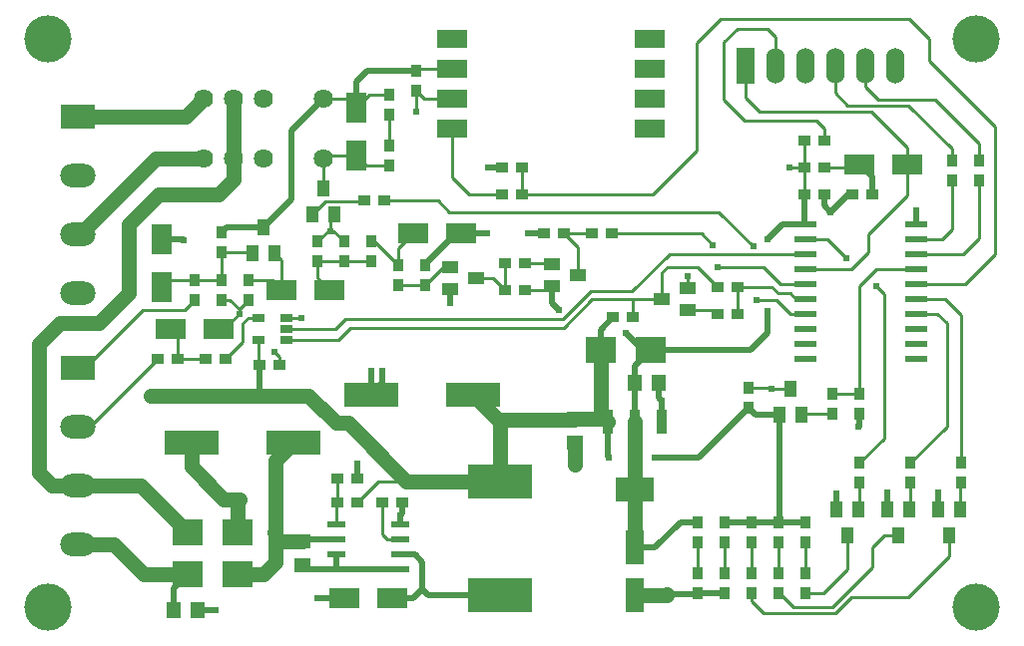
<source format=gtl>
G04 #@! TF.GenerationSoftware,KiCad,Pcbnew,5.0.0-fee4fd1~66~ubuntu18.04.1*
G04 #@! TF.CreationDate,2018-12-28T16:36:32-07:00*
G04 #@! TF.ProjectId,transceiver_test,7472616E736365697665725F74657374,rev?*
G04 #@! TF.SameCoordinates,Original*
G04 #@! TF.FileFunction,Copper,L1,Top,Signal*
G04 #@! TF.FilePolarity,Positive*
%FSLAX46Y46*%
G04 Gerber Fmt 4.6, Leading zero omitted, Abs format (unit mm)*
G04 Created by KiCad (PCBNEW 5.0.0-fee4fd1~66~ubuntu18.04.1) date Fri Dec 28 16:36:32 2018*
%MOMM*%
%LPD*%
G01*
G04 APERTURE LIST*
G04 #@! TA.AperFunction,SMDPad,CuDef*
%ADD10R,0.950000X1.000000*%
G04 #@! TD*
G04 #@! TA.AperFunction,SMDPad,CuDef*
%ADD11R,1.000000X0.950000*%
G04 #@! TD*
G04 #@! TA.AperFunction,SMDPad,CuDef*
%ADD12R,4.600000X2.000000*%
G04 #@! TD*
G04 #@! TA.AperFunction,SMDPad,CuDef*
%ADD13R,1.450000X1.150000*%
G04 #@! TD*
G04 #@! TA.AperFunction,SMDPad,CuDef*
%ADD14R,1.500000X3.000000*%
G04 #@! TD*
G04 #@! TA.AperFunction,SMDPad,CuDef*
%ADD15R,1.150000X1.450000*%
G04 #@! TD*
G04 #@! TA.AperFunction,SMDPad,CuDef*
%ADD16R,1.700000X2.500000*%
G04 #@! TD*
G04 #@! TA.AperFunction,SMDPad,CuDef*
%ADD17R,2.500000X1.700000*%
G04 #@! TD*
G04 #@! TA.AperFunction,SMDPad,CuDef*
%ADD18R,2.500000X2.300000*%
G04 #@! TD*
G04 #@! TA.AperFunction,ComponentPad*
%ADD19R,3.000000X2.000000*%
G04 #@! TD*
G04 #@! TA.AperFunction,ComponentPad*
%ADD20O,3.000000X2.000000*%
G04 #@! TD*
G04 #@! TA.AperFunction,ComponentPad*
%ADD21R,1.524000X3.048000*%
G04 #@! TD*
G04 #@! TA.AperFunction,ComponentPad*
%ADD22O,1.524000X3.048000*%
G04 #@! TD*
G04 #@! TA.AperFunction,SMDPad,CuDef*
%ADD23R,5.400000X2.900000*%
G04 #@! TD*
G04 #@! TA.AperFunction,SMDPad,CuDef*
%ADD24R,1.000000X1.400000*%
G04 #@! TD*
G04 #@! TA.AperFunction,SMDPad,CuDef*
%ADD25R,1.400000X1.000000*%
G04 #@! TD*
G04 #@! TA.AperFunction,ComponentPad*
%ADD26C,1.625000*%
G04 #@! TD*
G04 #@! TA.AperFunction,SMDPad,CuDef*
%ADD27R,1.000000X0.700000*%
G04 #@! TD*
G04 #@! TA.AperFunction,SMDPad,CuDef*
%ADD28R,1.950000X0.600000*%
G04 #@! TD*
G04 #@! TA.AperFunction,SMDPad,CuDef*
%ADD29R,2.540000X1.520000*%
G04 #@! TD*
G04 #@! TA.AperFunction,SMDPad,CuDef*
%ADD30R,1.550000X0.600000*%
G04 #@! TD*
G04 #@! TA.AperFunction,SMDPad,CuDef*
%ADD31R,0.950000X2.150000*%
G04 #@! TD*
G04 #@! TA.AperFunction,SMDPad,CuDef*
%ADD32R,3.250000X2.150000*%
G04 #@! TD*
G04 #@! TA.AperFunction,ComponentPad*
%ADD33C,4.000000*%
G04 #@! TD*
G04 #@! TA.AperFunction,ViaPad*
%ADD34C,0.609600*%
G04 #@! TD*
G04 #@! TA.AperFunction,Conductor*
%ADD35C,0.254000*%
G04 #@! TD*
G04 #@! TA.AperFunction,Conductor*
%ADD36C,0.508000*%
G04 #@! TD*
G04 #@! TA.AperFunction,Conductor*
%ADD37C,1.270000*%
G04 #@! TD*
G04 APERTURE END LIST*
D10*
G04 #@! TO.P,C1,1*
G04 #@! TO.N,/RF_IN*
X27686000Y-57721000D03*
G04 #@! TO.P,C1,2*
G04 #@! TO.N,Net-(C1-Pad2)*
X27686000Y-56071000D03*
G04 #@! TD*
G04 #@! TO.P,C2,2*
G04 #@! TO.N,GND*
X38100000Y-52769000D03*
G04 #@! TO.P,C2,1*
G04 #@! TO.N,Net-(C2-Pad1)*
X38100000Y-54419000D03*
G04 #@! TD*
D11*
G04 #@! TO.P,C3,1*
G04 #@! TO.N,Net-(C3-Pad1)*
X26225000Y-62738000D03*
G04 #@! TO.P,C3,2*
G04 #@! TO.N,/RF_OUT*
X24575000Y-62738000D03*
G04 #@! TD*
D10*
G04 #@! TO.P,C4,1*
G04 #@! TO.N,Net-(C2-Pad1)*
X42672000Y-54419000D03*
G04 #@! TO.P,C4,2*
G04 #@! TO.N,Net-(C4-Pad2)*
X42672000Y-52769000D03*
G04 #@! TD*
D11*
G04 #@! TO.P,C5,2*
G04 #@! TO.N,GND*
X34861000Y-63246000D03*
G04 #@! TO.P,C5,1*
G04 #@! TO.N,+5V*
X33211000Y-63246000D03*
G04 #@! TD*
D10*
G04 #@! TO.P,C6,2*
G04 #@! TO.N,GND*
X47244000Y-54801000D03*
G04 #@! TO.P,C6,1*
G04 #@! TO.N,Net-(C6-Pad1)*
X47244000Y-56451000D03*
G04 #@! TD*
D11*
G04 #@! TO.P,C7,2*
G04 #@! TO.N,+3V3*
X79439000Y-48768000D03*
G04 #@! TO.P,C7,1*
G04 #@! TO.N,GND*
X81089000Y-48768000D03*
G04 #@! TD*
D10*
G04 #@! TO.P,C8,1*
G04 #@! TO.N,GND*
X74676000Y-65215000D03*
G04 #@! TO.P,C8,2*
G04 #@! TO.N,+5V*
X74676000Y-66865000D03*
G04 #@! TD*
D11*
G04 #@! TO.P,C9,1*
G04 #@! TO.N,Net-(C9-Pad1)*
X85153000Y-48768000D03*
G04 #@! TO.P,C9,2*
G04 #@! TO.N,GND*
X83503000Y-48768000D03*
G04 #@! TD*
D10*
G04 #@! TO.P,C10,2*
G04 #@! TO.N,+5V*
X46482000Y-38291000D03*
G04 #@! TO.P,C10,1*
G04 #@! TO.N,GND*
X46482000Y-39941000D03*
G04 #@! TD*
D12*
G04 #@! TO.P,C11,2*
G04 #@! TO.N,GND*
X27400000Y-69850000D03*
G04 #@! TO.P,C11,1*
G04 #@! TO.N,/Power/VIN*
X36100000Y-69850000D03*
G04 #@! TD*
D11*
G04 #@! TO.P,C12,2*
G04 #@! TO.N,GND*
X45275000Y-74930000D03*
G04 #@! TO.P,C12,1*
G04 #@! TO.N,Net-(C12-Pad1)*
X43625000Y-74930000D03*
G04 #@! TD*
D12*
G04 #@! TO.P,C13,1*
G04 #@! TO.N,+5V*
X51340000Y-65786000D03*
G04 #@! TO.P,C13,2*
G04 #@! TO.N,GND*
X42640000Y-65786000D03*
G04 #@! TD*
D13*
G04 #@! TO.P,C14,2*
G04 #@! TO.N,GND*
X59944000Y-69859000D03*
G04 #@! TO.P,C14,1*
G04 #@! TO.N,+5V*
X59944000Y-67809000D03*
G04 #@! TD*
D14*
G04 #@! TO.P,C15,1*
G04 #@! TO.N,+3V3*
X65024000Y-78772000D03*
G04 #@! TO.P,C15,2*
G04 #@! TO.N,GND*
X65024000Y-82772000D03*
G04 #@! TD*
D15*
G04 #@! TO.P,C16,1*
G04 #@! TO.N,+3V3*
X65015000Y-64770000D03*
G04 #@! TO.P,C16,2*
G04 #@! TO.N,GND*
X67065000Y-64770000D03*
G04 #@! TD*
D16*
G04 #@! TO.P,D1,A*
G04 #@! TO.N,GND*
X24892000Y-52610000D03*
G04 #@! TO.P,D1,C*
G04 #@! TO.N,Net-(C1-Pad2)*
X24892000Y-56610000D03*
G04 #@! TD*
D10*
G04 #@! TO.P,D2,A*
G04 #@! TO.N,+5V*
X44196000Y-40323000D03*
G04 #@! TO.P,D2,C*
G04 #@! TO.N,Net-(D2-PadC)*
X44196000Y-41973000D03*
G04 #@! TD*
D16*
G04 #@! TO.P,D3,A*
G04 #@! TO.N,Net-(D3-PadA)*
X41402000Y-45434000D03*
G04 #@! TO.P,D3,C*
G04 #@! TO.N,+5V*
X41402000Y-41434000D03*
G04 #@! TD*
D17*
G04 #@! TO.P,D4,C*
G04 #@! TO.N,Net-(C2-Pad1)*
X39084000Y-56896000D03*
G04 #@! TO.P,D4,A*
G04 #@! TO.N,Net-(D4-PadA)*
X35084000Y-56896000D03*
G04 #@! TD*
G04 #@! TO.P,D5,C*
G04 #@! TO.N,Net-(C4-Pad2)*
X46260000Y-52070000D03*
G04 #@! TO.P,D5,A*
G04 #@! TO.N,GND*
X50260000Y-52070000D03*
G04 #@! TD*
D10*
G04 #@! TO.P,D6,A*
G04 #@! TO.N,+5V*
X74930000Y-76645000D03*
G04 #@! TO.P,D6,C*
G04 #@! TO.N,Net-(D6-PadC)*
X74930000Y-78295000D03*
G04 #@! TD*
G04 #@! TO.P,D7,C*
G04 #@! TO.N,Net-(D7-PadC)*
X77216000Y-78295000D03*
G04 #@! TO.P,D7,A*
G04 #@! TO.N,+5V*
X77216000Y-76645000D03*
G04 #@! TD*
G04 #@! TO.P,D8,A*
G04 #@! TO.N,+5V*
X79502000Y-76645000D03*
G04 #@! TO.P,D8,C*
G04 #@! TO.N,Net-(D8-PadC)*
X79502000Y-78295000D03*
G04 #@! TD*
D17*
G04 #@! TO.P,D9,A*
G04 #@! TO.N,Net-(C9-Pad1)*
X84106000Y-46228000D03*
G04 #@! TO.P,D9,C*
G04 #@! TO.N,/MCLR*
X88106000Y-46228000D03*
G04 #@! TD*
D18*
G04 #@! TO.P,D10,A*
G04 #@! TO.N,GND*
X31360000Y-77470000D03*
G04 #@! TO.P,D10,C*
G04 #@! TO.N,/VIN_AC*
X27060000Y-77470000D03*
G04 #@! TD*
G04 #@! TO.P,D13,A*
G04 #@! TO.N,/VIN_GND*
X27060000Y-81026000D03*
G04 #@! TO.P,D13,C*
G04 #@! TO.N,/Power/VIN*
X31360000Y-81026000D03*
G04 #@! TD*
D17*
G04 #@! TO.P,D14,C*
G04 #@! TO.N,Net-(D14-PadC)*
X44418000Y-83058000D03*
G04 #@! TO.P,D14,A*
G04 #@! TO.N,GND*
X40418000Y-83058000D03*
G04 #@! TD*
D10*
G04 #@! TO.P,D15,C*
G04 #@! TO.N,Net-(D15-PadC)*
X72644000Y-78295000D03*
G04 #@! TO.P,D15,A*
G04 #@! TO.N,+5V*
X72644000Y-76645000D03*
G04 #@! TD*
D18*
G04 #@! TO.P,D16,C*
G04 #@! TO.N,+5V*
X62112000Y-61976000D03*
G04 #@! TO.P,D16,A*
G04 #@! TO.N,+3V3*
X66412000Y-61976000D03*
G04 #@! TD*
D10*
G04 #@! TO.P,D17,C*
G04 #@! TO.N,Net-(D17-PadC)*
X70358000Y-78295000D03*
G04 #@! TO.P,D17,A*
G04 #@! TO.N,+3V3*
X70358000Y-76645000D03*
G04 #@! TD*
D19*
G04 #@! TO.P,J1,1*
G04 #@! TO.N,/RF_IN*
X17780000Y-63500000D03*
D20*
G04 #@! TO.P,J1,2*
G04 #@! TO.N,/RF_OUT*
X17780000Y-68500000D03*
G04 #@! TO.P,J1,3*
G04 #@! TO.N,/VIN_AC*
X17780000Y-73500000D03*
G04 #@! TO.P,J1,4*
G04 #@! TO.N,/VIN_GND*
X17780000Y-78500000D03*
G04 #@! TD*
G04 #@! TO.P,J2,4*
G04 #@! TO.N,/VIN_GND*
X17780000Y-57164000D03*
G04 #@! TO.P,J2,3*
G04 #@! TO.N,/SW_24V_2*
X17780000Y-52164000D03*
G04 #@! TO.P,J2,2*
G04 #@! TO.N,/VIN_GND*
X17780000Y-47164000D03*
D19*
G04 #@! TO.P,J2,1*
G04 #@! TO.N,/SW_24V_1*
X17780000Y-42164000D03*
G04 #@! TD*
D21*
G04 #@! TO.P,J3,1*
G04 #@! TO.N,/MCLR*
X74422000Y-37846000D03*
D22*
G04 #@! TO.P,J3,2*
G04 #@! TO.N,Net-(J3-Pad2)*
X76962000Y-37846000D03*
G04 #@! TO.P,J3,3*
G04 #@! TO.N,GND*
X79502000Y-37846000D03*
G04 #@! TO.P,J3,4*
G04 #@! TO.N,/ICSPDAT*
X82042000Y-37846000D03*
G04 #@! TO.P,J3,5*
G04 #@! TO.N,/ICSPCLK*
X84582000Y-37846000D03*
G04 #@! TO.P,J3,6*
G04 #@! TO.N,Net-(J3-Pad6)*
X87122000Y-37846000D03*
G04 #@! TD*
D23*
G04 #@! TO.P,L1,1*
G04 #@! TO.N,Net-(D14-PadC)*
X53594000Y-82828000D03*
G04 #@! TO.P,L1,2*
G04 #@! TO.N,+5V*
X53594000Y-73128000D03*
G04 #@! TD*
D24*
G04 #@! TO.P,Q1,3*
G04 #@! TO.N,+5V*
X33528000Y-51562000D03*
G04 #@! TO.P,Q1,2*
G04 #@! TO.N,Net-(D4-PadA)*
X34478000Y-53762000D03*
G04 #@! TO.P,Q1,1*
G04 #@! TO.N,Net-(C1-Pad2)*
X32578000Y-53762000D03*
G04 #@! TD*
G04 #@! TO.P,Q2,D*
G04 #@! TO.N,Net-(D3-PadA)*
X38608000Y-48260000D03*
G04 #@! TO.P,Q2,S*
G04 #@! TO.N,GND*
X39558000Y-50460000D03*
G04 #@! TO.P,Q2,G*
G04 #@! TO.N,Net-(Q2-PadG)*
X37658000Y-50460000D03*
G04 #@! TD*
G04 #@! TO.P,Q3,G*
G04 #@! TO.N,Net-(Q3-PadG)*
X92644000Y-75524000D03*
G04 #@! TO.P,Q3,S*
G04 #@! TO.N,GND*
X90744000Y-75524000D03*
G04 #@! TO.P,Q3,D*
G04 #@! TO.N,Net-(Q3-PadD)*
X91694000Y-77724000D03*
G04 #@! TD*
D25*
G04 #@! TO.P,Q4,3*
G04 #@! TO.N,Net-(Q4-Pad3)*
X51562000Y-55880000D03*
G04 #@! TO.P,Q4,2*
G04 #@! TO.N,GND*
X49362000Y-56830000D03*
G04 #@! TO.P,Q4,1*
G04 #@! TO.N,Net-(C6-Pad1)*
X49362000Y-54930000D03*
G04 #@! TD*
G04 #@! TO.P,Q5,1*
G04 #@! TO.N,Net-(Q5-Pad1)*
X69510000Y-58608000D03*
G04 #@! TO.P,Q5,2*
G04 #@! TO.N,GND*
X69510000Y-56708000D03*
G04 #@! TO.P,Q5,3*
G04 #@! TO.N,Net-(Q5-Pad3)*
X67310000Y-57658000D03*
G04 #@! TD*
D24*
G04 #@! TO.P,Q6,D*
G04 #@! TO.N,Net-(Q6-PadD)*
X87376000Y-77724000D03*
G04 #@! TO.P,Q6,S*
G04 #@! TO.N,GND*
X86426000Y-75524000D03*
G04 #@! TO.P,Q6,G*
G04 #@! TO.N,Net-(Q6-PadG)*
X88326000Y-75524000D03*
G04 #@! TD*
D25*
G04 #@! TO.P,Q7,1*
G04 #@! TO.N,Net-(Q7-Pad1)*
X57998000Y-54676000D03*
G04 #@! TO.P,Q7,2*
G04 #@! TO.N,+3V3*
X57998000Y-56576000D03*
G04 #@! TO.P,Q7,3*
G04 #@! TO.N,Net-(Q7-Pad3)*
X60198000Y-55626000D03*
G04 #@! TD*
D24*
G04 #@! TO.P,Q8,G*
G04 #@! TO.N,Net-(Q8-PadG)*
X84008000Y-75524000D03*
G04 #@! TO.P,Q8,S*
G04 #@! TO.N,GND*
X82108000Y-75524000D03*
G04 #@! TO.P,Q8,D*
G04 #@! TO.N,Net-(Q8-PadD)*
X83058000Y-77724000D03*
G04 #@! TD*
D10*
G04 #@! TO.P,R1,2*
G04 #@! TO.N,GND*
X29972000Y-57721000D03*
G04 #@! TO.P,R1,1*
G04 #@! TO.N,Net-(C1-Pad2)*
X29972000Y-56071000D03*
G04 #@! TD*
G04 #@! TO.P,R2,1*
G04 #@! TO.N,+5V*
X29972000Y-52007000D03*
G04 #@! TO.P,R2,2*
G04 #@! TO.N,Net-(C1-Pad2)*
X29972000Y-53657000D03*
G04 #@! TD*
G04 #@! TO.P,R3,1*
G04 #@! TO.N,Net-(D4-PadA)*
X32258000Y-56071000D03*
G04 #@! TO.P,R3,2*
G04 #@! TO.N,GND*
X32258000Y-57721000D03*
G04 #@! TD*
G04 #@! TO.P,R4,2*
G04 #@! TO.N,Net-(D2-PadC)*
X44196000Y-44641000D03*
G04 #@! TO.P,R4,1*
G04 #@! TO.N,Net-(D3-PadA)*
X44196000Y-46291000D03*
G04 #@! TD*
D11*
G04 #@! TO.P,R5,1*
G04 #@! TO.N,Net-(Q2-PadG)*
X42101000Y-49276000D03*
G04 #@! TO.P,R5,2*
G04 #@! TO.N,/SW_1*
X43751000Y-49276000D03*
G04 #@! TD*
D10*
G04 #@! TO.P,R6,2*
G04 #@! TO.N,GND*
X40386000Y-52769000D03*
G04 #@! TO.P,R6,1*
G04 #@! TO.N,Net-(C2-Pad1)*
X40386000Y-54419000D03*
G04 #@! TD*
D11*
G04 #@! TO.P,R7,1*
G04 #@! TO.N,Net-(C3-Pad1)*
X28639000Y-62738000D03*
G04 #@! TO.P,R7,2*
G04 #@! TO.N,Net-(R7-Pad2)*
X30289000Y-62738000D03*
G04 #@! TD*
D10*
G04 #@! TO.P,R8,1*
G04 #@! TO.N,Net-(C6-Pad1)*
X44958000Y-56451000D03*
G04 #@! TO.P,R8,2*
G04 #@! TO.N,Net-(C4-Pad2)*
X44958000Y-54801000D03*
G04 #@! TD*
G04 #@! TO.P,R9,1*
G04 #@! TO.N,Net-(Q3-PadG)*
X92710000Y-73215000D03*
G04 #@! TO.P,R9,2*
G04 #@! TO.N,/GPIO1*
X92710000Y-71565000D03*
G04 #@! TD*
G04 #@! TO.P,R10,2*
G04 #@! TO.N,Net-(Q3-PadD)*
X74930000Y-82613000D03*
G04 #@! TO.P,R10,1*
G04 #@! TO.N,Net-(D6-PadC)*
X74930000Y-80963000D03*
G04 #@! TD*
D11*
G04 #@! TO.P,R11,2*
G04 #@! TO.N,Net-(Q4-Pad3)*
X54039000Y-56896000D03*
G04 #@! TO.P,R11,1*
G04 #@! TO.N,+3V3*
X55689000Y-56896000D03*
G04 #@! TD*
D10*
G04 #@! TO.P,R12,1*
G04 #@! TO.N,Net-(Q6-PadG)*
X88392000Y-73215000D03*
G04 #@! TO.P,R12,2*
G04 #@! TO.N,/GPIO2*
X88392000Y-71565000D03*
G04 #@! TD*
D11*
G04 #@! TO.P,R13,1*
G04 #@! TO.N,Net-(Q7-Pad1)*
X55689000Y-54610000D03*
G04 #@! TO.P,R13,2*
G04 #@! TO.N,Net-(Q4-Pad3)*
X54039000Y-54610000D03*
G04 #@! TD*
G04 #@! TO.P,R14,2*
G04 #@! TO.N,Net-(Q5-Pad3)*
X64833000Y-59182000D03*
G04 #@! TO.P,R14,1*
G04 #@! TO.N,+5V*
X63183000Y-59182000D03*
G04 #@! TD*
D10*
G04 #@! TO.P,R15,2*
G04 #@! TO.N,Net-(Q6-PadD)*
X77216000Y-82613000D03*
G04 #@! TO.P,R15,1*
G04 #@! TO.N,Net-(D7-PadC)*
X77216000Y-80963000D03*
G04 #@! TD*
D11*
G04 #@! TO.P,R16,1*
G04 #@! TO.N,Net-(Q5-Pad3)*
X72073000Y-56642000D03*
G04 #@! TO.P,R16,2*
G04 #@! TO.N,/UART_TX*
X73723000Y-56642000D03*
G04 #@! TD*
D10*
G04 #@! TO.P,R17,2*
G04 #@! TO.N,/GPIO3*
X84074000Y-71565000D03*
G04 #@! TO.P,R17,1*
G04 #@! TO.N,Net-(Q8-PadG)*
X84074000Y-73215000D03*
G04 #@! TD*
D11*
G04 #@! TO.P,R18,1*
G04 #@! TO.N,Net-(Q5-Pad1)*
X72073000Y-58928000D03*
G04 #@! TO.P,R18,2*
G04 #@! TO.N,/UART_TX*
X73723000Y-58928000D03*
G04 #@! TD*
G04 #@! TO.P,R19,2*
G04 #@! TO.N,GND*
X57341000Y-52070000D03*
G04 #@! TO.P,R19,1*
G04 #@! TO.N,Net-(Q7-Pad3)*
X58991000Y-52070000D03*
G04 #@! TD*
D10*
G04 #@! TO.P,R20,1*
G04 #@! TO.N,Net-(D8-PadC)*
X79502000Y-80963000D03*
G04 #@! TO.P,R20,2*
G04 #@! TO.N,Net-(Q8-PadD)*
X79502000Y-82613000D03*
G04 #@! TD*
D11*
G04 #@! TO.P,R21,1*
G04 #@! TO.N,/UART_RX*
X63055000Y-52070000D03*
G04 #@! TO.P,R21,2*
G04 #@! TO.N,Net-(Q7-Pad3)*
X61405000Y-52070000D03*
G04 #@! TD*
G04 #@! TO.P,R22,2*
G04 #@! TO.N,+3V3*
X79439000Y-46482000D03*
G04 #@! TO.P,R22,1*
G04 #@! TO.N,Net-(C9-Pad1)*
X81089000Y-46482000D03*
G04 #@! TD*
D10*
G04 #@! TO.P,R23,2*
G04 #@! TO.N,GND*
X84074000Y-67373000D03*
G04 #@! TO.P,R23,1*
G04 #@! TO.N,/V_Temp*
X84074000Y-65723000D03*
G04 #@! TD*
G04 #@! TO.P,R24,1*
G04 #@! TO.N,/V_Temp*
X81788000Y-65723000D03*
G04 #@! TO.P,R24,2*
G04 #@! TO.N,Net-(R24-Pad2)*
X81788000Y-67373000D03*
G04 #@! TD*
D11*
G04 #@! TO.P,R25,2*
G04 #@! TO.N,Net-(J3-Pad2)*
X81089000Y-44196000D03*
G04 #@! TO.P,R25,1*
G04 #@! TO.N,+3V3*
X79439000Y-44196000D03*
G04 #@! TD*
G04 #@! TO.P,R26,1*
G04 #@! TO.N,Net-(R26-Pad1)*
X53785000Y-48768000D03*
G04 #@! TO.P,R26,2*
G04 #@! TO.N,/AN4*
X55435000Y-48768000D03*
G04 #@! TD*
G04 #@! TO.P,R27,2*
G04 #@! TO.N,GND*
X53785000Y-46482000D03*
G04 #@! TO.P,R27,1*
G04 #@! TO.N,/AN4*
X55435000Y-46482000D03*
G04 #@! TD*
D10*
G04 #@! TO.P,R28,2*
G04 #@! TO.N,/ICSPDAT*
X91948000Y-45911000D03*
G04 #@! TO.P,R28,1*
G04 #@! TO.N,Net-(R28-Pad1)*
X91948000Y-47561000D03*
G04 #@! TD*
G04 #@! TO.P,R29,2*
G04 #@! TO.N,/ICSPCLK*
X94234000Y-45911000D03*
G04 #@! TO.P,R29,1*
G04 #@! TO.N,Net-(R29-Pad1)*
X94234000Y-47561000D03*
G04 #@! TD*
D15*
G04 #@! TO.P,R30,1*
G04 #@! TO.N,/VIN_GND*
X25899000Y-84074000D03*
G04 #@! TO.P,R30,2*
G04 #@! TO.N,GND*
X27949000Y-84074000D03*
G04 #@! TD*
D11*
G04 #@! TO.P,R31,2*
G04 #@! TO.N,Net-(R31-Pad2)*
X39815000Y-74930000D03*
G04 #@! TO.P,R31,1*
G04 #@! TO.N,+5V*
X41465000Y-74930000D03*
G04 #@! TD*
G04 #@! TO.P,R32,1*
G04 #@! TO.N,GND*
X41465000Y-72898000D03*
G04 #@! TO.P,R32,2*
G04 #@! TO.N,Net-(R31-Pad2)*
X39815000Y-72898000D03*
G04 #@! TD*
D13*
G04 #@! TO.P,R33,2*
G04 #@! TO.N,Net-(R33-Pad2)*
X36830000Y-80273000D03*
G04 #@! TO.P,R33,1*
G04 #@! TO.N,/Power/VIN*
X36830000Y-78223000D03*
G04 #@! TD*
D10*
G04 #@! TO.P,R34,1*
G04 #@! TO.N,GND*
X72644000Y-82613000D03*
G04 #@! TO.P,R34,2*
G04 #@! TO.N,Net-(D15-PadC)*
X72644000Y-80963000D03*
G04 #@! TD*
G04 #@! TO.P,R35,2*
G04 #@! TO.N,Net-(D17-PadC)*
X70358000Y-80963000D03*
G04 #@! TO.P,R35,1*
G04 #@! TO.N,GND*
X70358000Y-82613000D03*
G04 #@! TD*
D26*
G04 #@! TO.P,U1,1*
G04 #@! TO.N,+5V*
X38608000Y-40640000D03*
G04 #@! TO.P,U1,3*
G04 #@! TO.N,Net-(U1-Pad3)*
X33528000Y-40640000D03*
G04 #@! TO.P,U1,4*
G04 #@! TO.N,/VIN_AC*
X30988000Y-40640000D03*
G04 #@! TO.P,U1,5*
G04 #@! TO.N,/SW_24V_1*
X28448000Y-40640000D03*
G04 #@! TO.P,U1,8*
G04 #@! TO.N,/SW_24V_2*
X28448000Y-45720000D03*
G04 #@! TO.P,U1,9*
G04 #@! TO.N,/VIN_AC*
X30988000Y-45720000D03*
G04 #@! TO.P,U1,10*
G04 #@! TO.N,Net-(U1-Pad10)*
X33528000Y-45720000D03*
G04 #@! TO.P,U1,12*
G04 #@! TO.N,Net-(D3-PadA)*
X38608000Y-45720000D03*
G04 #@! TD*
D27*
G04 #@! TO.P,U2,1*
G04 #@! TO.N,Net-(Q5-Pad3)*
X35490000Y-61148000D03*
G04 #@! TO.P,U2,2*
G04 #@! TO.N,/CLKOUT*
X35490000Y-60198000D03*
G04 #@! TO.P,U2,3*
G04 #@! TO.N,GND*
X35490000Y-59248000D03*
G04 #@! TO.P,U2,4*
G04 #@! TO.N,Net-(R7-Pad2)*
X33090000Y-59248000D03*
G04 #@! TO.P,U2,5*
G04 #@! TO.N,+5V*
X33090000Y-61148000D03*
G04 #@! TD*
D28*
G04 #@! TO.P,U3,20*
G04 #@! TO.N,GND*
X88902000Y-51308000D03*
G04 #@! TO.P,U3,18*
G04 #@! TO.N,Net-(R29-Pad1)*
X88902000Y-53848000D03*
G04 #@! TO.P,U3,17*
G04 #@! TO.N,/V_Temp*
X88902000Y-55118000D03*
G04 #@! TO.P,U3,19*
G04 #@! TO.N,Net-(R28-Pad1)*
X88902000Y-52578000D03*
G04 #@! TO.P,U3,16*
G04 #@! TO.N,/AN4*
X88902000Y-56388000D03*
G04 #@! TO.P,U3,11*
G04 #@! TO.N,/SPI_SCLK*
X88902000Y-62738000D03*
G04 #@! TO.P,U3,14*
G04 #@! TO.N,/GPIO2*
X88902000Y-58928000D03*
G04 #@! TO.P,U3,12*
G04 #@! TO.N,/I2C_SDA*
X88902000Y-61468000D03*
G04 #@! TO.P,U3,13*
G04 #@! TO.N,/SPI_MISO*
X88902000Y-60198000D03*
G04 #@! TO.P,U3,15*
G04 #@! TO.N,/GPIO1*
X88902000Y-57658000D03*
G04 #@! TO.P,U3,6*
G04 #@! TO.N,/UART_TX*
X79502000Y-57658000D03*
G04 #@! TO.P,U3,8*
G04 #@! TO.N,/SPI_nCS*
X79502000Y-60198000D03*
G04 #@! TO.P,U3,9*
G04 #@! TO.N,/SPI_MOSI*
X79502000Y-61468000D03*
G04 #@! TO.P,U3,7*
G04 #@! TO.N,/SW_1*
X79502000Y-58928000D03*
G04 #@! TO.P,U3,10*
G04 #@! TO.N,/I2C_SCL*
X79502000Y-62738000D03*
G04 #@! TO.P,U3,5*
G04 #@! TO.N,/UART_RX*
X79502000Y-56388000D03*
G04 #@! TO.P,U3,2*
G04 #@! TO.N,/GPIO3*
X79502000Y-52578000D03*
G04 #@! TO.P,U3,4*
G04 #@! TO.N,/MCLR*
X79502000Y-55118000D03*
G04 #@! TO.P,U3,3*
G04 #@! TO.N,/CLKOUT*
X79502000Y-53848000D03*
G04 #@! TO.P,U3,1*
G04 #@! TO.N,+3V3*
X79502000Y-51308000D03*
G04 #@! TD*
D24*
G04 #@! TO.P,U4,1*
G04 #@! TO.N,+5V*
X77282000Y-67478000D03*
G04 #@! TO.P,U4,2*
G04 #@! TO.N,Net-(R24-Pad2)*
X79182000Y-67478000D03*
G04 #@! TO.P,U4,3*
G04 #@! TO.N,GND*
X78232000Y-65278000D03*
G04 #@! TD*
D29*
G04 #@! TO.P,U5,1*
G04 #@! TO.N,Net-(U5-Pad1)*
X49530000Y-35560000D03*
G04 #@! TO.P,U5,2*
G04 #@! TO.N,+5V*
X49530000Y-38100000D03*
G04 #@! TO.P,U5,3*
G04 #@! TO.N,GND*
X49530000Y-40640000D03*
G04 #@! TO.P,U5,4*
G04 #@! TO.N,Net-(R26-Pad1)*
X49530000Y-43180000D03*
G04 #@! TO.P,U5,8*
G04 #@! TO.N,Net-(U5-Pad8)*
X66290000Y-35560000D03*
G04 #@! TO.P,U5,7*
G04 #@! TO.N,Net-(U5-Pad7)*
X66290000Y-38100000D03*
G04 #@! TO.P,U5,6*
G04 #@! TO.N,Net-(U5-Pad6)*
X66290000Y-40640000D03*
G04 #@! TO.P,U5,5*
G04 #@! TO.N,Net-(U5-Pad5)*
X66290000Y-43180000D03*
G04 #@! TD*
D30*
G04 #@! TO.P,U6,1*
G04 #@! TO.N,Net-(R33-Pad2)*
X45118000Y-80645000D03*
G04 #@! TO.P,U6,2*
G04 #@! TO.N,Net-(D14-PadC)*
X45118000Y-79375000D03*
G04 #@! TO.P,U6,3*
G04 #@! TO.N,Net-(C12-Pad1)*
X45118000Y-78105000D03*
G04 #@! TO.P,U6,4*
G04 #@! TO.N,GND*
X45118000Y-76835000D03*
G04 #@! TO.P,U6,5*
G04 #@! TO.N,Net-(R31-Pad2)*
X39718000Y-76835000D03*
G04 #@! TO.P,U6,6*
G04 #@! TO.N,/Power/VIN*
X39718000Y-78105000D03*
G04 #@! TO.P,U6,7*
G04 #@! TO.N,Net-(R33-Pad2)*
X39718000Y-79375000D03*
G04 #@! TO.P,U6,8*
X39718000Y-80645000D03*
G04 #@! TD*
D31*
G04 #@! TO.P,U7,1*
G04 #@! TO.N,GND*
X67324000Y-68072000D03*
G04 #@! TO.P,U7,2*
G04 #@! TO.N,+3V3*
X65024000Y-68072000D03*
G04 #@! TO.P,U7,3*
G04 #@! TO.N,+5V*
X62724000Y-68072000D03*
D32*
G04 #@! TO.P,U7,4*
G04 #@! TO.N,+3V3*
X65024000Y-73872000D03*
G04 #@! TD*
D33*
G04 #@! TO.P,M1,1*
G04 #@! TO.N,GND*
X93980000Y-83820000D03*
G04 #@! TD*
G04 #@! TO.P,M2,1*
G04 #@! TO.N,GND*
X15240000Y-83820000D03*
G04 #@! TD*
G04 #@! TO.P,M3,1*
G04 #@! TO.N,GND*
X93980000Y-35560000D03*
G04 #@! TD*
G04 #@! TO.P,M4,1*
G04 #@! TO.N,GND*
X15240000Y-35560000D03*
G04 #@! TD*
D17*
G04 #@! TO.P,D18,C*
G04 #@! TO.N,Net-(C3-Pad1)*
X25686000Y-60198000D03*
G04 #@! TO.P,D18,A*
G04 #@! TO.N,GND*
X29686000Y-60198000D03*
G04 #@! TD*
D34*
G04 #@! TO.N,GND*
X31496000Y-74676000D03*
X31496000Y-75438000D03*
X29464000Y-84074000D03*
X31470600Y-58902600D03*
X34442400Y-62179200D03*
X36753800Y-59283600D03*
X59944000Y-71678800D03*
X67310000Y-66294000D03*
X42646600Y-63779400D03*
X43611800Y-63779400D03*
X69519800Y-55727600D03*
X39192200Y-51866800D03*
X46482000Y-41706800D03*
X76581000Y-65252600D03*
X67716400Y-82753200D03*
X52578000Y-46482000D03*
X55956200Y-52070000D03*
X52451000Y-52070000D03*
X49326800Y-58013600D03*
X81635600Y-50266600D03*
X88925400Y-50139600D03*
X82118200Y-74193400D03*
X86436200Y-74066400D03*
X90728800Y-74117200D03*
X84023200Y-68529200D03*
X38074600Y-83058000D03*
X45135800Y-76022200D03*
X41478200Y-71602600D03*
X26771600Y-52628800D03*
G04 #@! TO.N,+5V*
X66725800Y-71120000D03*
X62814200Y-71120000D03*
X23977600Y-65836800D03*
G04 #@! TO.N,+3V3*
X78181200Y-46482000D03*
X76276200Y-58648600D03*
X76276200Y-52552600D03*
X64262000Y-60553600D03*
X58572400Y-58572400D03*
G04 #@! TO.N,/Power/VIN*
X34493200Y-77470000D03*
G04 #@! TO.N,/GPIO3*
X83007200Y-54229000D03*
X85521800Y-56591200D03*
G04 #@! TO.N,/UART_RX*
X71653400Y-53060600D03*
X72059800Y-54914800D03*
G04 #@! TO.N,/SW_1*
X75057000Y-53187600D03*
X75387200Y-57734200D03*
G04 #@! TD*
D35*
G04 #@! TO.N,/RF_IN*
X17780000Y-63500000D02*
X18389600Y-63500000D01*
X26834600Y-58572400D02*
X27686000Y-57721000D01*
X23317200Y-58572400D02*
X26834600Y-58572400D01*
X18389600Y-63500000D02*
X23317200Y-58572400D01*
G04 #@! TO.N,Net-(C1-Pad2)*
X24892000Y-56610000D02*
X25431000Y-56071000D01*
X25431000Y-56071000D02*
X29972000Y-56071000D01*
X29972000Y-56071000D02*
X29972000Y-53657000D01*
X29972000Y-53657000D02*
X32473000Y-53657000D01*
X32473000Y-53657000D02*
X32578000Y-53762000D01*
D36*
G04 #@! TO.N,GND*
X31360000Y-77470000D02*
X31360000Y-74812000D01*
D37*
X31496000Y-74676000D02*
X30175200Y-74676000D01*
X27400000Y-71900800D02*
X30175200Y-74676000D01*
X27400000Y-71900800D02*
X27400000Y-69850000D01*
D36*
X31360000Y-74812000D02*
X31496000Y-74676000D01*
X31360000Y-77470000D02*
X31360000Y-75574000D01*
X31360000Y-75574000D02*
X31496000Y-75438000D01*
X27949000Y-84074000D02*
X29464000Y-84074000D01*
D35*
X29686000Y-60198000D02*
X30175200Y-60198000D01*
X31470600Y-58508400D02*
X32258000Y-57721000D01*
X31470600Y-58902600D02*
X31470600Y-58508400D01*
X30175200Y-60198000D02*
X31470600Y-58902600D01*
X29972000Y-57721000D02*
X30683200Y-57721000D01*
X30683200Y-57721000D02*
X31470600Y-58508400D01*
X34861000Y-63246000D02*
X34861000Y-62597800D01*
X34861000Y-62597800D02*
X34442400Y-62179200D01*
X35490000Y-59248000D02*
X36718200Y-59248000D01*
X36718200Y-59248000D02*
X36753800Y-59283600D01*
D37*
X59944000Y-69859000D02*
X59944000Y-71678800D01*
D36*
X67324000Y-68072000D02*
X67324000Y-66308000D01*
X67065000Y-66049000D02*
X67310000Y-66294000D01*
X67065000Y-66049000D02*
X67065000Y-64770000D01*
X67324000Y-66308000D02*
X67310000Y-66294000D01*
X42640000Y-65786000D02*
X42640000Y-63786000D01*
X42640000Y-63786000D02*
X42646600Y-63779400D01*
X42640000Y-65786000D02*
X43611800Y-64814200D01*
X43611800Y-64814200D02*
X43611800Y-63779400D01*
D35*
X69510000Y-56708000D02*
X69510000Y-55737400D01*
X69510000Y-55737400D02*
X69519800Y-55727600D01*
X38100000Y-52769000D02*
X39002200Y-51866800D01*
X39192200Y-50825800D02*
X39192200Y-51866800D01*
X39192200Y-50825800D02*
X39558000Y-50460000D01*
X39002200Y-51866800D02*
X39192200Y-51866800D01*
X39192200Y-51866800D02*
X39483800Y-51866800D01*
X39483800Y-51866800D02*
X40386000Y-52769000D01*
X46482000Y-39941000D02*
X46482000Y-41706800D01*
X49530000Y-40640000D02*
X47181000Y-40640000D01*
X47181000Y-40640000D02*
X46482000Y-39941000D01*
X78232000Y-65278000D02*
X76606400Y-65278000D01*
X76543400Y-65215000D02*
X76581000Y-65252600D01*
X76543400Y-65215000D02*
X74676000Y-65215000D01*
X76606400Y-65278000D02*
X76581000Y-65252600D01*
D37*
X31496000Y-74676000D02*
X31360000Y-74812000D01*
X31360000Y-74812000D02*
X31360000Y-77470000D01*
X65024000Y-82772000D02*
X67697600Y-82772000D01*
D36*
X70217800Y-82753200D02*
X70358000Y-82613000D01*
X67716400Y-82753200D02*
X70217800Y-82753200D01*
D37*
X67697600Y-82772000D02*
X67716400Y-82753200D01*
D36*
X70358000Y-82613000D02*
X72644000Y-82613000D01*
X53785000Y-46482000D02*
X52578000Y-46482000D01*
X57341000Y-52070000D02*
X55956200Y-52070000D01*
X47244000Y-54801000D02*
X47244000Y-54711600D01*
X47244000Y-54711600D02*
X49885600Y-52070000D01*
X49885600Y-52070000D02*
X52451000Y-52070000D01*
X49362000Y-56830000D02*
X49362000Y-57978400D01*
X49362000Y-57978400D02*
X49326800Y-58013600D01*
X81089000Y-48768000D02*
X81089000Y-49720000D01*
X83134200Y-48768000D02*
X81635600Y-50266600D01*
X83134200Y-48768000D02*
X83503000Y-48768000D01*
X81089000Y-49720000D02*
X81635600Y-50266600D01*
X88902000Y-51308000D02*
X88925400Y-51284600D01*
X88925400Y-51284600D02*
X88925400Y-50139600D01*
X82108000Y-75524000D02*
X82108000Y-74203600D01*
X82108000Y-74203600D02*
X82118200Y-74193400D01*
X86426000Y-75524000D02*
X86426000Y-74076600D01*
X86426000Y-74076600D02*
X86436200Y-74066400D01*
X90744000Y-75524000D02*
X90744000Y-74132400D01*
X90744000Y-74132400D02*
X90728800Y-74117200D01*
X84074000Y-67373000D02*
X84074000Y-68478400D01*
X84074000Y-68478400D02*
X84023200Y-68529200D01*
X40418000Y-83058000D02*
X38074600Y-83058000D01*
X45118000Y-76835000D02*
X45118000Y-76040000D01*
X45275000Y-75883000D02*
X45135800Y-76022200D01*
X45275000Y-75883000D02*
X45275000Y-74930000D01*
X45118000Y-76040000D02*
X45135800Y-76022200D01*
X41465000Y-72898000D02*
X41465000Y-71615800D01*
X41465000Y-71615800D02*
X41478200Y-71602600D01*
X24892000Y-52610000D02*
X26752800Y-52610000D01*
X26752800Y-52610000D02*
X26771600Y-52628800D01*
D35*
G04 #@! TO.N,Net-(C2-Pad1)*
X39084000Y-56896000D02*
X38100000Y-55912000D01*
X38100000Y-55912000D02*
X38100000Y-54419000D01*
X38100000Y-54419000D02*
X42672000Y-54419000D01*
G04 #@! TO.N,Net-(C3-Pad1)*
X25686000Y-60198000D02*
X26225000Y-60737000D01*
X26225000Y-60737000D02*
X26225000Y-62738000D01*
X26225000Y-62738000D02*
X28639000Y-62738000D01*
G04 #@! TO.N,/RF_OUT*
X24575000Y-62738000D02*
X18813000Y-68500000D01*
X18813000Y-68500000D02*
X17780000Y-68500000D01*
G04 #@! TO.N,Net-(C4-Pad2)*
X42672000Y-52769000D02*
X42926000Y-52769000D01*
X42926000Y-52769000D02*
X44958000Y-54801000D01*
X44958000Y-54801000D02*
X44958000Y-53372000D01*
X44958000Y-53372000D02*
X46260000Y-52070000D01*
G04 #@! TO.N,+5V*
X33090000Y-61148000D02*
X33090000Y-63125000D01*
X33090000Y-63125000D02*
X33211000Y-63246000D01*
X41465000Y-74930000D02*
X43267000Y-73128000D01*
X43267000Y-73128000D02*
X53594000Y-73128000D01*
D37*
X62724000Y-68072000D02*
X62461000Y-67809000D01*
X62461000Y-67809000D02*
X59944000Y-67809000D01*
X51340000Y-65786000D02*
X53448200Y-67894200D01*
X53448200Y-67894200D02*
X53594000Y-68040000D01*
X53594000Y-68040000D02*
X53594000Y-73128000D01*
X59944000Y-67809000D02*
X59858800Y-67894200D01*
X59858800Y-67894200D02*
X53448200Y-67894200D01*
X62724000Y-68072000D02*
X62112000Y-67460000D01*
X62112000Y-67460000D02*
X62112000Y-61976000D01*
D36*
X63183000Y-59182000D02*
X62112000Y-60253000D01*
X62112000Y-60253000D02*
X62112000Y-61976000D01*
D35*
X41402000Y-41434000D02*
X40608000Y-40640000D01*
X40608000Y-40640000D02*
X38608000Y-40640000D01*
X41402000Y-41434000D02*
X42513000Y-40323000D01*
X42513000Y-40323000D02*
X44196000Y-40323000D01*
X46482000Y-38291000D02*
X46673000Y-38100000D01*
X46673000Y-38100000D02*
X49530000Y-38100000D01*
X46482000Y-38291000D02*
X46443400Y-38252400D01*
X45186600Y-38252400D02*
X45135800Y-38252400D01*
D36*
X29972000Y-52007000D02*
X30417000Y-51562000D01*
X30417000Y-51562000D02*
X33528000Y-51562000D01*
X33528000Y-51562000D02*
X35915600Y-49174400D01*
X35915600Y-43332400D02*
X38608000Y-40640000D01*
X35915600Y-49174400D02*
X35915600Y-43332400D01*
X72644000Y-76645000D02*
X79502000Y-76645000D01*
X62724000Y-68072000D02*
X62724000Y-71029800D01*
X70421000Y-71120000D02*
X74676000Y-66865000D01*
X66725800Y-71120000D02*
X70421000Y-71120000D01*
X62724000Y-71029800D02*
X62814200Y-71120000D01*
X77282000Y-67478000D02*
X75289000Y-67478000D01*
X75289000Y-67478000D02*
X74676000Y-66865000D01*
X77282000Y-67478000D02*
X77282000Y-76579000D01*
X77282000Y-76579000D02*
X77216000Y-76645000D01*
D37*
X53594000Y-73128000D02*
X45670600Y-73128000D01*
X45670600Y-73128000D02*
X40741600Y-68199000D01*
X40741600Y-68199000D02*
X39700200Y-68199000D01*
X39700200Y-68199000D02*
X37363400Y-65862200D01*
X37363400Y-65862200D02*
X33172400Y-65862200D01*
X33172400Y-65862200D02*
X24003000Y-65862200D01*
X24003000Y-65862200D02*
X23977600Y-65836800D01*
D36*
X45186600Y-38252400D02*
X42316400Y-38252400D01*
X41402000Y-39166800D02*
X41402000Y-41434000D01*
X42316400Y-38252400D02*
X41402000Y-39166800D01*
X45186600Y-38252400D02*
X46443400Y-38252400D01*
X46443400Y-38252400D02*
X46482000Y-38291000D01*
X33211000Y-63246000D02*
X33211000Y-65862200D01*
X33172400Y-65760600D02*
X33172400Y-65862200D01*
X33172400Y-65823600D02*
X33172400Y-65760600D01*
X33211000Y-65862200D02*
X33172400Y-65823600D01*
D35*
G04 #@! TO.N,Net-(C6-Pad1)*
X44958000Y-56451000D02*
X47244000Y-56451000D01*
X47244000Y-56451000D02*
X48765000Y-54930000D01*
X48765000Y-54930000D02*
X49362000Y-54930000D01*
D37*
G04 #@! TO.N,+3V3*
X65024000Y-73872000D02*
X65024000Y-78772000D01*
X65024000Y-68072000D02*
X65024000Y-73872000D01*
D36*
X65024000Y-68072000D02*
X65015000Y-68063000D01*
X65015000Y-68063000D02*
X65015000Y-64770000D01*
X65015000Y-64770000D02*
X65015000Y-63373000D01*
X65015000Y-63373000D02*
X66412000Y-61976000D01*
D35*
X55689000Y-56896000D02*
X57678000Y-56896000D01*
X57678000Y-56896000D02*
X57998000Y-56576000D01*
X79439000Y-44196000D02*
X79439000Y-48768000D01*
X79439000Y-46482000D02*
X78181200Y-46482000D01*
D36*
X79439000Y-48768000D02*
X79439000Y-51245000D01*
X79439000Y-51245000D02*
X79502000Y-51308000D01*
X66412000Y-61976000D02*
X74803000Y-61976000D01*
X74803000Y-61976000D02*
X76276200Y-60502800D01*
X76276200Y-60502800D02*
X76276200Y-58648600D01*
X76276200Y-52552600D02*
X77520800Y-51308000D01*
X77520800Y-51308000D02*
X79502000Y-51308000D01*
X65024000Y-78772000D02*
X66744600Y-78772000D01*
X68871600Y-76645000D02*
X70358000Y-76645000D01*
X66744600Y-78772000D02*
X68871600Y-76645000D01*
X57998000Y-56576000D02*
X57998000Y-57998000D01*
X65684400Y-61976000D02*
X66412000Y-61976000D01*
X64262000Y-60553600D02*
X65684400Y-61976000D01*
X57998000Y-57998000D02*
X58572400Y-58572400D01*
D35*
G04 #@! TO.N,Net-(C9-Pad1)*
X81089000Y-46482000D02*
X83852000Y-46482000D01*
X83852000Y-46482000D02*
X84106000Y-46228000D01*
D36*
X84106000Y-46228000D02*
X85153000Y-47275000D01*
X85153000Y-47275000D02*
X85153000Y-48768000D01*
D37*
G04 #@! TO.N,/Power/VIN*
X31360000Y-81026000D02*
X33528000Y-81026000D01*
X34544000Y-71406000D02*
X36100000Y-69850000D01*
X34544000Y-80010000D02*
X34544000Y-78232000D01*
X34544000Y-78232000D02*
X34544000Y-77470000D01*
X34544000Y-77470000D02*
X34544000Y-71406000D01*
X33528000Y-81026000D02*
X34544000Y-80010000D01*
X36830000Y-78223000D02*
X34544000Y-78223000D01*
X34798000Y-78232000D02*
X34544000Y-78232000D01*
X34553000Y-78232000D02*
X34798000Y-78232000D01*
X34544000Y-78223000D02*
X34553000Y-78232000D01*
D36*
X39718000Y-78105000D02*
X36948000Y-78105000D01*
X36948000Y-78105000D02*
X36830000Y-78223000D01*
D37*
X34493200Y-77470000D02*
X34544000Y-77470000D01*
D35*
G04 #@! TO.N,Net-(C12-Pad1)*
X45118000Y-78105000D02*
X44043600Y-78105000D01*
X43625000Y-77686400D02*
X43625000Y-74930000D01*
X44043600Y-78105000D02*
X43625000Y-77686400D01*
G04 #@! TO.N,Net-(D2-PadC)*
X44196000Y-44641000D02*
X44196000Y-41973000D01*
G04 #@! TO.N,Net-(D3-PadA)*
X38608000Y-48260000D02*
X38608000Y-45720000D01*
X38608000Y-45720000D02*
X38894000Y-45434000D01*
X38894000Y-45434000D02*
X41402000Y-45434000D01*
X41402000Y-45434000D02*
X42259000Y-46291000D01*
X42259000Y-46291000D02*
X44196000Y-46291000D01*
G04 #@! TO.N,Net-(D4-PadA)*
X32258000Y-56071000D02*
X34259000Y-56071000D01*
X34259000Y-56071000D02*
X35084000Y-56896000D01*
X35084000Y-56896000D02*
X35084000Y-54368000D01*
X35084000Y-54368000D02*
X34478000Y-53762000D01*
G04 #@! TO.N,Net-(D6-PadC)*
X74930000Y-78295000D02*
X74930000Y-80963000D01*
G04 #@! TO.N,Net-(D7-PadC)*
X77216000Y-78295000D02*
X77216000Y-80963000D01*
G04 #@! TO.N,Net-(D8-PadC)*
X79502000Y-78295000D02*
X79502000Y-80963000D01*
G04 #@! TO.N,/MCLR*
X79502000Y-55118000D02*
X83362800Y-55118000D01*
X74422000Y-40563800D02*
X74422000Y-37846000D01*
X75615800Y-41757600D02*
X74422000Y-40563800D01*
X85064600Y-41757600D02*
X75615800Y-41757600D01*
X88106000Y-44799000D02*
X85064600Y-41757600D01*
X88106000Y-48850800D02*
X88106000Y-44799000D01*
X84810600Y-52146200D02*
X88106000Y-48850800D01*
X84810600Y-53670200D02*
X84810600Y-52146200D01*
X83362800Y-55118000D02*
X84810600Y-53670200D01*
D37*
G04 #@! TO.N,/VIN_AC*
X17780000Y-73500000D02*
X15588000Y-73500000D01*
X30988000Y-47498000D02*
X30988000Y-40640000D01*
X29718000Y-48768000D02*
X30988000Y-47498000D01*
X24638000Y-48768000D02*
X29718000Y-48768000D01*
X22098000Y-51308000D02*
X24638000Y-48768000D01*
X22098000Y-57150000D02*
X22098000Y-51308000D01*
X19558000Y-59690000D02*
X22098000Y-57150000D01*
X16256000Y-59690000D02*
X19558000Y-59690000D01*
X14478000Y-61468000D02*
X16256000Y-59690000D01*
X14478000Y-72390000D02*
X14478000Y-61468000D01*
X15588000Y-73500000D02*
X14478000Y-72390000D01*
X17780000Y-73500000D02*
X23090000Y-73500000D01*
X23090000Y-73500000D02*
X27060000Y-77470000D01*
G04 #@! TO.N,/VIN_GND*
X17780000Y-78500000D02*
X20842000Y-78500000D01*
X23368000Y-81026000D02*
X27060000Y-81026000D01*
X20842000Y-78500000D02*
X23368000Y-81026000D01*
D36*
X25899000Y-84074000D02*
X25899000Y-82187000D01*
X25899000Y-82187000D02*
X27060000Y-81026000D01*
G04 #@! TO.N,Net-(D14-PadC)*
X45118000Y-79375000D02*
X46355000Y-79375000D01*
X46228000Y-83058000D02*
X44418000Y-83058000D01*
X46990000Y-82296000D02*
X46228000Y-83058000D01*
X46990000Y-80010000D02*
X46990000Y-82296000D01*
X46355000Y-79375000D02*
X46990000Y-80010000D01*
X46990000Y-82296000D02*
X47522000Y-82828000D01*
X47522000Y-82828000D02*
X53594000Y-82828000D01*
D35*
G04 #@! TO.N,Net-(D15-PadC)*
X72644000Y-78295000D02*
X72644000Y-80963000D01*
G04 #@! TO.N,Net-(D17-PadC)*
X70358000Y-78295000D02*
X70358000Y-80963000D01*
D37*
G04 #@! TO.N,/SW_24V_2*
X17780000Y-52164000D02*
X17940000Y-52164000D01*
X24384000Y-45720000D02*
X28448000Y-45720000D01*
X17940000Y-52164000D02*
X24384000Y-45720000D01*
G04 #@! TO.N,/SW_24V_1*
X17780000Y-42164000D02*
X26924000Y-42164000D01*
X26924000Y-42164000D02*
X28448000Y-40640000D01*
D35*
G04 #@! TO.N,Net-(J3-Pad2)*
X81089000Y-44196000D02*
X81089000Y-43166800D01*
X76962000Y-35407600D02*
X76962000Y-37846000D01*
X76250800Y-34696400D02*
X76962000Y-35407600D01*
X73710800Y-34696400D02*
X76250800Y-34696400D01*
X72593200Y-35814000D02*
X73710800Y-34696400D01*
X72593200Y-40741600D02*
X72593200Y-35814000D01*
X74320400Y-42468800D02*
X72593200Y-40741600D01*
X80391000Y-42468800D02*
X74320400Y-42468800D01*
X81089000Y-43166800D02*
X80391000Y-42468800D01*
G04 #@! TO.N,/ICSPDAT*
X82042000Y-37846000D02*
X82042000Y-40157400D01*
X91948000Y-44907200D02*
X91948000Y-45911000D01*
X88239600Y-41198800D02*
X91948000Y-44907200D01*
X83083400Y-41198800D02*
X88239600Y-41198800D01*
X82042000Y-40157400D02*
X83083400Y-41198800D01*
G04 #@! TO.N,/ICSPCLK*
X84582000Y-37846000D02*
X84582000Y-39624000D01*
X94234000Y-44450000D02*
X94234000Y-45911000D01*
X90500200Y-40716200D02*
X94234000Y-44450000D01*
X85674200Y-40716200D02*
X90500200Y-40716200D01*
X84582000Y-39624000D02*
X85674200Y-40716200D01*
G04 #@! TO.N,Net-(Q2-PadG)*
X37658000Y-50460000D02*
X38740400Y-49377600D01*
X41999400Y-49377600D02*
X42101000Y-49276000D01*
X38740400Y-49377600D02*
X41999400Y-49377600D01*
G04 #@! TO.N,Net-(Q3-PadG)*
X92644000Y-75524000D02*
X92644000Y-73281000D01*
X92644000Y-73281000D02*
X92710000Y-73215000D01*
G04 #@! TO.N,Net-(Q3-PadD)*
X74930000Y-82613000D02*
X74930000Y-83312000D01*
X91694000Y-79502000D02*
X91694000Y-77724000D01*
X88188798Y-83007202D02*
X91694000Y-79502000D01*
X83820000Y-83007202D02*
X88188798Y-83007202D01*
X74930000Y-83312000D02*
X75946000Y-84328000D01*
X75946000Y-84328000D02*
X82042000Y-84328000D01*
X82042000Y-84328000D02*
X83362798Y-83007202D01*
X83362798Y-83007202D02*
X83820000Y-83007202D01*
G04 #@! TO.N,Net-(Q4-Pad3)*
X51562000Y-55880000D02*
X53023000Y-55880000D01*
X53023000Y-55880000D02*
X54039000Y-56896000D01*
X54039000Y-56896000D02*
X54039000Y-54610000D01*
G04 #@! TO.N,Net-(Q5-Pad1)*
X69510000Y-58608000D02*
X71753000Y-58608000D01*
X71753000Y-58608000D02*
X72073000Y-58928000D01*
G04 #@! TO.N,Net-(Q5-Pad3)*
X35490000Y-61148000D02*
X39842400Y-61148000D01*
X61417200Y-57658000D02*
X64820800Y-57658000D01*
X64820800Y-57658000D02*
X67310000Y-57658000D01*
X58978800Y-60096400D02*
X61417200Y-57658000D01*
X40894000Y-60096400D02*
X58978800Y-60096400D01*
X39842400Y-61148000D02*
X40894000Y-60096400D01*
X64833000Y-59182000D02*
X64833000Y-57658000D01*
X64820800Y-57708800D02*
X64820800Y-57658000D01*
X64820800Y-57670200D02*
X64820800Y-57708800D01*
X64833000Y-57658000D02*
X64820800Y-57670200D01*
X67310000Y-57658000D02*
X67310000Y-55397400D01*
X70345800Y-54914800D02*
X72073000Y-56642000D01*
X67792600Y-54914800D02*
X70345800Y-54914800D01*
X67310000Y-55397400D02*
X67792600Y-54914800D01*
G04 #@! TO.N,Net-(Q6-PadD)*
X77216000Y-82613000D02*
X77279000Y-82613000D01*
X81788000Y-83820000D02*
X83058000Y-82550000D01*
X78486000Y-83820000D02*
X81788000Y-83820000D01*
X77279000Y-82613000D02*
X78486000Y-83820000D01*
X83058000Y-82550000D02*
X85166200Y-80441800D01*
X86207600Y-77724000D02*
X87376000Y-77724000D01*
X85166200Y-78765400D02*
X86207600Y-77724000D01*
X85166200Y-80441800D02*
X85166200Y-78765400D01*
G04 #@! TO.N,Net-(Q6-PadG)*
X88392000Y-73215000D02*
X88392000Y-75458000D01*
X88392000Y-75458000D02*
X88326000Y-75524000D01*
G04 #@! TO.N,Net-(Q7-Pad1)*
X55689000Y-54610000D02*
X57932000Y-54610000D01*
X57932000Y-54610000D02*
X57998000Y-54676000D01*
G04 #@! TO.N,Net-(Q7-Pad3)*
X60198000Y-55626000D02*
X60198000Y-53277000D01*
X60198000Y-53277000D02*
X58991000Y-52070000D01*
X58991000Y-52070000D02*
X61405000Y-52070000D01*
G04 #@! TO.N,Net-(Q8-PadG)*
X84074000Y-73215000D02*
X84074000Y-75458000D01*
X84074000Y-75458000D02*
X84008000Y-75524000D01*
G04 #@! TO.N,Net-(Q8-PadD)*
X79502000Y-82613000D02*
X81039200Y-82613000D01*
X83058000Y-80594200D02*
X83058000Y-77724000D01*
X81039200Y-82613000D02*
X83058000Y-80594200D01*
G04 #@! TO.N,Net-(R7-Pad2)*
X30289000Y-62738000D02*
X31750000Y-61277000D01*
X32217400Y-59248000D02*
X33090000Y-59248000D01*
X31750000Y-59715400D02*
X32217400Y-59248000D01*
X31750000Y-61277000D02*
X31750000Y-59715400D01*
G04 #@! TO.N,/GPIO1*
X88902000Y-57658000D02*
X91338400Y-57658000D01*
X92710000Y-59029600D02*
X92710000Y-71565000D01*
X91338400Y-57658000D02*
X92710000Y-59029600D01*
G04 #@! TO.N,/GPIO2*
X88902000Y-58928000D02*
X90703400Y-58928000D01*
X91490800Y-68466200D02*
X88392000Y-71565000D01*
X91490800Y-59715400D02*
X91490800Y-68466200D01*
X90703400Y-58928000D02*
X91490800Y-59715400D01*
G04 #@! TO.N,/UART_TX*
X73723000Y-58928000D02*
X73723000Y-56642000D01*
X73723000Y-56642000D02*
X76657200Y-56642000D01*
X78689200Y-57658000D02*
X79502000Y-57658000D01*
X78206600Y-57175400D02*
X78689200Y-57658000D01*
X77190600Y-57175400D02*
X78206600Y-57175400D01*
X76657200Y-56642000D02*
X77190600Y-57175400D01*
G04 #@! TO.N,/GPIO3*
X84074000Y-71565000D02*
X86156800Y-69482200D01*
X81356200Y-52578000D02*
X79502000Y-52578000D01*
X83007200Y-54229000D02*
X81356200Y-52578000D01*
X86156800Y-57226200D02*
X85521800Y-56591200D01*
X86156800Y-69482200D02*
X86156800Y-57226200D01*
G04 #@! TO.N,/UART_RX*
X79502000Y-56388000D02*
X77393800Y-56388000D01*
X70662800Y-52070000D02*
X63055000Y-52070000D01*
X71653400Y-53060600D02*
X70662800Y-52070000D01*
X75920600Y-54914800D02*
X72059800Y-54914800D01*
X77393800Y-56388000D02*
X75920600Y-54914800D01*
G04 #@! TO.N,/V_Temp*
X84074000Y-65723000D02*
X84074000Y-56591200D01*
X85547200Y-55118000D02*
X88902000Y-55118000D01*
X84074000Y-56591200D02*
X85547200Y-55118000D01*
X81788000Y-65723000D02*
X84074000Y-65723000D01*
G04 #@! TO.N,Net-(R24-Pad2)*
X81788000Y-67373000D02*
X79287000Y-67373000D01*
X79287000Y-67373000D02*
X79182000Y-67478000D01*
G04 #@! TO.N,Net-(R26-Pad1)*
X49530000Y-43180000D02*
X49530000Y-47345600D01*
X50952400Y-48768000D02*
X53785000Y-48768000D01*
X49530000Y-47345600D02*
X50952400Y-48768000D01*
G04 #@! TO.N,/AN4*
X55435000Y-48768000D02*
X55435000Y-46482000D01*
X55435000Y-48768000D02*
X65278000Y-48768000D01*
X88902000Y-56388000D02*
X93065600Y-56388000D01*
X66548000Y-48768000D02*
X65278000Y-48768000D01*
X70231000Y-45085000D02*
X66548000Y-48768000D01*
X70231000Y-35915600D02*
X70231000Y-45085000D01*
X72263000Y-33883600D02*
X70231000Y-35915600D01*
X88290400Y-33883600D02*
X72263000Y-33883600D01*
X89966800Y-35560000D02*
X88290400Y-33883600D01*
X89966800Y-37414200D02*
X89966800Y-35560000D01*
X95580200Y-43027600D02*
X89966800Y-37414200D01*
X95580200Y-53873400D02*
X95580200Y-43027600D01*
X93065600Y-56388000D02*
X95580200Y-53873400D01*
G04 #@! TO.N,Net-(R28-Pad1)*
X88902000Y-52578000D02*
X91084400Y-52578000D01*
X91948000Y-51714400D02*
X91948000Y-47561000D01*
X91084400Y-52578000D02*
X91948000Y-51714400D01*
G04 #@! TO.N,Net-(R29-Pad1)*
X88902000Y-53848000D02*
X92913200Y-53848000D01*
X94234000Y-52527200D02*
X94234000Y-47561000D01*
X92913200Y-53848000D02*
X94234000Y-52527200D01*
G04 #@! TO.N,Net-(R31-Pad2)*
X39718000Y-76835000D02*
X39718000Y-75027000D01*
X39718000Y-75027000D02*
X39815000Y-74930000D01*
X39815000Y-72898000D02*
X39815000Y-74930000D01*
D36*
G04 #@! TO.N,Net-(R33-Pad2)*
X36830000Y-80273000D02*
X37202000Y-80645000D01*
X37202000Y-80645000D02*
X39718000Y-80645000D01*
X39718000Y-79375000D02*
X39718000Y-80645000D01*
X39718000Y-80645000D02*
X45118000Y-80645000D01*
D35*
G04 #@! TO.N,/CLKOUT*
X35490000Y-60198000D02*
X39624000Y-60198000D01*
X67945000Y-53848000D02*
X79502000Y-53848000D01*
X64795400Y-56997600D02*
X67945000Y-53848000D01*
X61290200Y-56997600D02*
X64795400Y-56997600D01*
X58953400Y-59334400D02*
X61290200Y-56997600D01*
X40487600Y-59334400D02*
X58953400Y-59334400D01*
X39624000Y-60198000D02*
X40487600Y-59334400D01*
G04 #@! TO.N,/SW_1*
X79502000Y-58928000D02*
X78232000Y-58928000D01*
X48310800Y-49276000D02*
X43751000Y-49276000D01*
X49301400Y-50266600D02*
X48310800Y-49276000D01*
X72136000Y-50266600D02*
X49301400Y-50266600D01*
X75057000Y-53187600D02*
X72136000Y-50266600D01*
X77038200Y-57734200D02*
X75387200Y-57734200D01*
X78232000Y-58928000D02*
X77038200Y-57734200D01*
G04 #@! TD*
M02*

</source>
